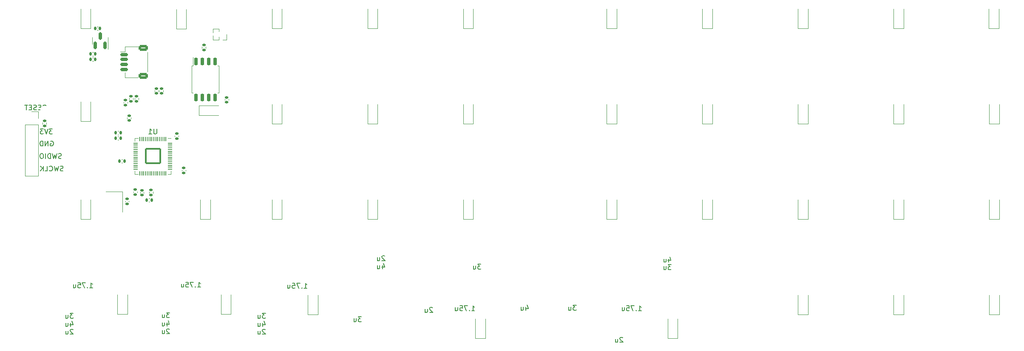
<source format=gbr>
%TF.GenerationSoftware,KiCad,Pcbnew,(7.0.0-0)*%
%TF.CreationDate,2023-07-17T12:18:46-04:00*%
%TF.ProjectId,cutiepie2040_ortho,63757469-6570-4696-9532-3034305f6f72,rev?*%
%TF.SameCoordinates,Original*%
%TF.FileFunction,Legend,Bot*%
%TF.FilePolarity,Positive*%
%FSLAX46Y46*%
G04 Gerber Fmt 4.6, Leading zero omitted, Abs format (unit mm)*
G04 Created by KiCad (PCBNEW (7.0.0-0)) date 2023-07-17 12:18:46*
%MOMM*%
%LPD*%
G01*
G04 APERTURE LIST*
G04 Aperture macros list*
%AMRoundRect*
0 Rectangle with rounded corners*
0 $1 Rounding radius*
0 $2 $3 $4 $5 $6 $7 $8 $9 X,Y pos of 4 corners*
0 Add a 4 corners polygon primitive as box body*
4,1,4,$2,$3,$4,$5,$6,$7,$8,$9,$2,$3,0*
0 Add four circle primitives for the rounded corners*
1,1,$1+$1,$2,$3*
1,1,$1+$1,$4,$5*
1,1,$1+$1,$6,$7*
1,1,$1+$1,$8,$9*
0 Add four rect primitives between the rounded corners*
20,1,$1+$1,$2,$3,$4,$5,0*
20,1,$1+$1,$4,$5,$6,$7,0*
20,1,$1+$1,$6,$7,$8,$9,0*
20,1,$1+$1,$8,$9,$2,$3,0*%
G04 Aperture macros list end*
%ADD10C,0.150000*%
%ADD11C,0.120000*%
%ADD12C,1.750000*%
%ADD13C,3.987800*%
%ADD14C,2.250000*%
%ADD15C,3.048000*%
%ADD16RoundRect,0.140000X0.170000X-0.140000X0.170000X0.140000X-0.170000X0.140000X-0.170000X-0.140000X0*%
%ADD17R,0.900000X1.200000*%
%ADD18R,1.200000X0.900000*%
%ADD19RoundRect,0.140000X-0.140000X-0.170000X0.140000X-0.170000X0.140000X0.170000X-0.140000X0.170000X0*%
%ADD20RoundRect,0.135000X0.185000X-0.135000X0.185000X0.135000X-0.185000X0.135000X-0.185000X-0.135000X0*%
%ADD21RoundRect,0.135000X-0.185000X0.135000X-0.185000X-0.135000X0.185000X-0.135000X0.185000X0.135000X0*%
%ADD22R,1.000000X1.000000*%
%ADD23O,1.000000X1.000000*%
%ADD24RoundRect,0.140000X0.140000X0.170000X-0.140000X0.170000X-0.140000X-0.170000X0.140000X-0.170000X0*%
%ADD25RoundRect,0.140000X-0.170000X0.140000X-0.170000X-0.140000X0.170000X-0.140000X0.170000X0.140000X0*%
%ADD26RoundRect,0.150000X0.150000X-0.587500X0.150000X0.587500X-0.150000X0.587500X-0.150000X-0.587500X0*%
%ADD27RoundRect,0.150000X-0.150000X0.650000X-0.150000X-0.650000X0.150000X-0.650000X0.150000X0.650000X0*%
%ADD28RoundRect,0.050000X0.387500X0.050000X-0.387500X0.050000X-0.387500X-0.050000X0.387500X-0.050000X0*%
%ADD29RoundRect,0.050000X0.050000X0.387500X-0.050000X0.387500X-0.050000X-0.387500X0.050000X-0.387500X0*%
%ADD30RoundRect,0.144000X1.456000X1.456000X-1.456000X1.456000X-1.456000X-1.456000X1.456000X-1.456000X0*%
%ADD31R,1.700000X1.700000*%
%ADD32O,1.700000X1.700000*%
%ADD33RoundRect,0.150000X-0.625000X0.150000X-0.625000X-0.150000X0.625000X-0.150000X0.625000X0.150000X0*%
%ADD34RoundRect,0.250000X-0.650000X0.350000X-0.650000X-0.350000X0.650000X-0.350000X0.650000X0.350000X0*%
%ADD35R,1.200000X1.400000*%
G04 APERTURE END LIST*
D10*
X167657142Y-114467380D02*
X168228570Y-114467380D01*
X167942856Y-114467380D02*
X167942856Y-113467380D01*
X167942856Y-113467380D02*
X168038094Y-113610238D01*
X168038094Y-113610238D02*
X168133332Y-113705476D01*
X168133332Y-113705476D02*
X168228570Y-113753095D01*
X167228570Y-114372142D02*
X167180951Y-114419761D01*
X167180951Y-114419761D02*
X167228570Y-114467380D01*
X167228570Y-114467380D02*
X167276189Y-114419761D01*
X167276189Y-114419761D02*
X167228570Y-114372142D01*
X167228570Y-114372142D02*
X167228570Y-114467380D01*
X166847618Y-113467380D02*
X166180952Y-113467380D01*
X166180952Y-113467380D02*
X166609523Y-114467380D01*
X165323809Y-113467380D02*
X165799999Y-113467380D01*
X165799999Y-113467380D02*
X165847618Y-113943571D01*
X165847618Y-113943571D02*
X165799999Y-113895952D01*
X165799999Y-113895952D02*
X165704761Y-113848333D01*
X165704761Y-113848333D02*
X165466666Y-113848333D01*
X165466666Y-113848333D02*
X165371428Y-113895952D01*
X165371428Y-113895952D02*
X165323809Y-113943571D01*
X165323809Y-113943571D02*
X165276190Y-114038809D01*
X165276190Y-114038809D02*
X165276190Y-114276904D01*
X165276190Y-114276904D02*
X165323809Y-114372142D01*
X165323809Y-114372142D02*
X165371428Y-114419761D01*
X165371428Y-114419761D02*
X165466666Y-114467380D01*
X165466666Y-114467380D02*
X165704761Y-114467380D01*
X165704761Y-114467380D02*
X165799999Y-114419761D01*
X165799999Y-114419761D02*
X165847618Y-114372142D01*
X164419047Y-113800714D02*
X164419047Y-114467380D01*
X164847618Y-113800714D02*
X164847618Y-114324523D01*
X164847618Y-114324523D02*
X164799999Y-114419761D01*
X164799999Y-114419761D02*
X164704761Y-114467380D01*
X164704761Y-114467380D02*
X164561904Y-114467380D01*
X164561904Y-114467380D02*
X164466666Y-114419761D01*
X164466666Y-114419761D02*
X164419047Y-114372142D01*
X50938094Y-78167380D02*
X50319047Y-78167380D01*
X50319047Y-78167380D02*
X50652380Y-78548333D01*
X50652380Y-78548333D02*
X50509523Y-78548333D01*
X50509523Y-78548333D02*
X50414285Y-78595952D01*
X50414285Y-78595952D02*
X50366666Y-78643571D01*
X50366666Y-78643571D02*
X50319047Y-78738809D01*
X50319047Y-78738809D02*
X50319047Y-78976904D01*
X50319047Y-78976904D02*
X50366666Y-79072142D01*
X50366666Y-79072142D02*
X50414285Y-79119761D01*
X50414285Y-79119761D02*
X50509523Y-79167380D01*
X50509523Y-79167380D02*
X50795237Y-79167380D01*
X50795237Y-79167380D02*
X50890475Y-79119761D01*
X50890475Y-79119761D02*
X50938094Y-79072142D01*
X50033332Y-78167380D02*
X49699999Y-79167380D01*
X49699999Y-79167380D02*
X49366666Y-78167380D01*
X49128570Y-78167380D02*
X48509523Y-78167380D01*
X48509523Y-78167380D02*
X48842856Y-78548333D01*
X48842856Y-78548333D02*
X48699999Y-78548333D01*
X48699999Y-78548333D02*
X48604761Y-78595952D01*
X48604761Y-78595952D02*
X48557142Y-78643571D01*
X48557142Y-78643571D02*
X48509523Y-78738809D01*
X48509523Y-78738809D02*
X48509523Y-78976904D01*
X48509523Y-78976904D02*
X48557142Y-79072142D01*
X48557142Y-79072142D02*
X48604761Y-79119761D01*
X48604761Y-79119761D02*
X48699999Y-79167380D01*
X48699999Y-79167380D02*
X48985713Y-79167380D01*
X48985713Y-79167380D02*
X49080951Y-79119761D01*
X49080951Y-79119761D02*
X49128570Y-79072142D01*
X173661904Y-104100714D02*
X173661904Y-104767380D01*
X173899999Y-103719761D02*
X174138094Y-104434047D01*
X174138094Y-104434047D02*
X173519047Y-104434047D01*
X172709523Y-104100714D02*
X172709523Y-104767380D01*
X173138094Y-104100714D02*
X173138094Y-104624523D01*
X173138094Y-104624523D02*
X173090475Y-104719761D01*
X173090475Y-104719761D02*
X172995237Y-104767380D01*
X172995237Y-104767380D02*
X172852380Y-104767380D01*
X172852380Y-104767380D02*
X172757142Y-104719761D01*
X172757142Y-104719761D02*
X172709523Y-104672142D01*
X117138094Y-103562619D02*
X117090475Y-103515000D01*
X117090475Y-103515000D02*
X116995237Y-103467380D01*
X116995237Y-103467380D02*
X116757142Y-103467380D01*
X116757142Y-103467380D02*
X116661904Y-103515000D01*
X116661904Y-103515000D02*
X116614285Y-103562619D01*
X116614285Y-103562619D02*
X116566666Y-103657857D01*
X116566666Y-103657857D02*
X116566666Y-103753095D01*
X116566666Y-103753095D02*
X116614285Y-103895952D01*
X116614285Y-103895952D02*
X117185713Y-104467380D01*
X117185713Y-104467380D02*
X116566666Y-104467380D01*
X115709523Y-103800714D02*
X115709523Y-104467380D01*
X116138094Y-103800714D02*
X116138094Y-104324523D01*
X116138094Y-104324523D02*
X116090475Y-104419761D01*
X116090475Y-104419761D02*
X115995237Y-104467380D01*
X115995237Y-104467380D02*
X115852380Y-104467380D01*
X115852380Y-104467380D02*
X115757142Y-104419761D01*
X115757142Y-104419761D02*
X115709523Y-104372142D01*
X74285713Y-114857380D02*
X73666666Y-114857380D01*
X73666666Y-114857380D02*
X73999999Y-115238333D01*
X73999999Y-115238333D02*
X73857142Y-115238333D01*
X73857142Y-115238333D02*
X73761904Y-115285952D01*
X73761904Y-115285952D02*
X73714285Y-115333571D01*
X73714285Y-115333571D02*
X73666666Y-115428809D01*
X73666666Y-115428809D02*
X73666666Y-115666904D01*
X73666666Y-115666904D02*
X73714285Y-115762142D01*
X73714285Y-115762142D02*
X73761904Y-115809761D01*
X73761904Y-115809761D02*
X73857142Y-115857380D01*
X73857142Y-115857380D02*
X74142856Y-115857380D01*
X74142856Y-115857380D02*
X74238094Y-115809761D01*
X74238094Y-115809761D02*
X74285713Y-115762142D01*
X72809523Y-115190714D02*
X72809523Y-115857380D01*
X73238094Y-115190714D02*
X73238094Y-115714523D01*
X73238094Y-115714523D02*
X73190475Y-115809761D01*
X73190475Y-115809761D02*
X73095237Y-115857380D01*
X73095237Y-115857380D02*
X72952380Y-115857380D01*
X72952380Y-115857380D02*
X72857142Y-115809761D01*
X72857142Y-115809761D02*
X72809523Y-115762142D01*
X73761904Y-116810714D02*
X73761904Y-117477380D01*
X73999999Y-116429761D02*
X74238094Y-117144047D01*
X74238094Y-117144047D02*
X73619047Y-117144047D01*
X72809523Y-116810714D02*
X72809523Y-117477380D01*
X73238094Y-116810714D02*
X73238094Y-117334523D01*
X73238094Y-117334523D02*
X73190475Y-117429761D01*
X73190475Y-117429761D02*
X73095237Y-117477380D01*
X73095237Y-117477380D02*
X72952380Y-117477380D01*
X72952380Y-117477380D02*
X72857142Y-117429761D01*
X72857142Y-117429761D02*
X72809523Y-117382142D01*
X155285713Y-113367380D02*
X154666666Y-113367380D01*
X154666666Y-113367380D02*
X154999999Y-113748333D01*
X154999999Y-113748333D02*
X154857142Y-113748333D01*
X154857142Y-113748333D02*
X154761904Y-113795952D01*
X154761904Y-113795952D02*
X154714285Y-113843571D01*
X154714285Y-113843571D02*
X154666666Y-113938809D01*
X154666666Y-113938809D02*
X154666666Y-114176904D01*
X154666666Y-114176904D02*
X154714285Y-114272142D01*
X154714285Y-114272142D02*
X154761904Y-114319761D01*
X154761904Y-114319761D02*
X154857142Y-114367380D01*
X154857142Y-114367380D02*
X155142856Y-114367380D01*
X155142856Y-114367380D02*
X155238094Y-114319761D01*
X155238094Y-114319761D02*
X155285713Y-114272142D01*
X153809523Y-113700714D02*
X153809523Y-114367380D01*
X154238094Y-113700714D02*
X154238094Y-114224523D01*
X154238094Y-114224523D02*
X154190475Y-114319761D01*
X154190475Y-114319761D02*
X154095237Y-114367380D01*
X154095237Y-114367380D02*
X153952380Y-114367380D01*
X153952380Y-114367380D02*
X153857142Y-114319761D01*
X153857142Y-114319761D02*
X153809523Y-114272142D01*
X55085713Y-114957380D02*
X54466666Y-114957380D01*
X54466666Y-114957380D02*
X54799999Y-115338333D01*
X54799999Y-115338333D02*
X54657142Y-115338333D01*
X54657142Y-115338333D02*
X54561904Y-115385952D01*
X54561904Y-115385952D02*
X54514285Y-115433571D01*
X54514285Y-115433571D02*
X54466666Y-115528809D01*
X54466666Y-115528809D02*
X54466666Y-115766904D01*
X54466666Y-115766904D02*
X54514285Y-115862142D01*
X54514285Y-115862142D02*
X54561904Y-115909761D01*
X54561904Y-115909761D02*
X54657142Y-115957380D01*
X54657142Y-115957380D02*
X54942856Y-115957380D01*
X54942856Y-115957380D02*
X55038094Y-115909761D01*
X55038094Y-115909761D02*
X55085713Y-115862142D01*
X53609523Y-115290714D02*
X53609523Y-115957380D01*
X54038094Y-115290714D02*
X54038094Y-115814523D01*
X54038094Y-115814523D02*
X53990475Y-115909761D01*
X53990475Y-115909761D02*
X53895237Y-115957380D01*
X53895237Y-115957380D02*
X53752380Y-115957380D01*
X53752380Y-115957380D02*
X53657142Y-115909761D01*
X53657142Y-115909761D02*
X53609523Y-115862142D01*
X54561904Y-116910714D02*
X54561904Y-117577380D01*
X54799999Y-116529761D02*
X55038094Y-117244047D01*
X55038094Y-117244047D02*
X54419047Y-117244047D01*
X53609523Y-116910714D02*
X53609523Y-117577380D01*
X54038094Y-116910714D02*
X54038094Y-117434523D01*
X54038094Y-117434523D02*
X53990475Y-117529761D01*
X53990475Y-117529761D02*
X53895237Y-117577380D01*
X53895237Y-117577380D02*
X53752380Y-117577380D01*
X53752380Y-117577380D02*
X53657142Y-117529761D01*
X53657142Y-117529761D02*
X53609523Y-117482142D01*
X49052381Y-74367380D02*
X49385714Y-73891190D01*
X49623809Y-74367380D02*
X49623809Y-73367380D01*
X49623809Y-73367380D02*
X49242857Y-73367380D01*
X49242857Y-73367380D02*
X49147619Y-73415000D01*
X49147619Y-73415000D02*
X49100000Y-73462619D01*
X49100000Y-73462619D02*
X49052381Y-73557857D01*
X49052381Y-73557857D02*
X49052381Y-73700714D01*
X49052381Y-73700714D02*
X49100000Y-73795952D01*
X49100000Y-73795952D02*
X49147619Y-73843571D01*
X49147619Y-73843571D02*
X49242857Y-73891190D01*
X49242857Y-73891190D02*
X49623809Y-73891190D01*
X48623809Y-73843571D02*
X48290476Y-73843571D01*
X48147619Y-74367380D02*
X48623809Y-74367380D01*
X48623809Y-74367380D02*
X48623809Y-73367380D01*
X48623809Y-73367380D02*
X48147619Y-73367380D01*
X47766666Y-74319761D02*
X47623809Y-74367380D01*
X47623809Y-74367380D02*
X47385714Y-74367380D01*
X47385714Y-74367380D02*
X47290476Y-74319761D01*
X47290476Y-74319761D02*
X47242857Y-74272142D01*
X47242857Y-74272142D02*
X47195238Y-74176904D01*
X47195238Y-74176904D02*
X47195238Y-74081666D01*
X47195238Y-74081666D02*
X47242857Y-73986428D01*
X47242857Y-73986428D02*
X47290476Y-73938809D01*
X47290476Y-73938809D02*
X47385714Y-73891190D01*
X47385714Y-73891190D02*
X47576190Y-73843571D01*
X47576190Y-73843571D02*
X47671428Y-73795952D01*
X47671428Y-73795952D02*
X47719047Y-73748333D01*
X47719047Y-73748333D02*
X47766666Y-73653095D01*
X47766666Y-73653095D02*
X47766666Y-73557857D01*
X47766666Y-73557857D02*
X47719047Y-73462619D01*
X47719047Y-73462619D02*
X47671428Y-73415000D01*
X47671428Y-73415000D02*
X47576190Y-73367380D01*
X47576190Y-73367380D02*
X47338095Y-73367380D01*
X47338095Y-73367380D02*
X47195238Y-73415000D01*
X46766666Y-73843571D02*
X46433333Y-73843571D01*
X46290476Y-74367380D02*
X46766666Y-74367380D01*
X46766666Y-74367380D02*
X46766666Y-73367380D01*
X46766666Y-73367380D02*
X46290476Y-73367380D01*
X46004761Y-73367380D02*
X45433333Y-73367380D01*
X45719047Y-74367380D02*
X45719047Y-73367380D01*
X50561904Y-80615000D02*
X50657142Y-80567380D01*
X50657142Y-80567380D02*
X50799999Y-80567380D01*
X50799999Y-80567380D02*
X50942856Y-80615000D01*
X50942856Y-80615000D02*
X51038094Y-80710238D01*
X51038094Y-80710238D02*
X51085713Y-80805476D01*
X51085713Y-80805476D02*
X51133332Y-80995952D01*
X51133332Y-80995952D02*
X51133332Y-81138809D01*
X51133332Y-81138809D02*
X51085713Y-81329285D01*
X51085713Y-81329285D02*
X51038094Y-81424523D01*
X51038094Y-81424523D02*
X50942856Y-81519761D01*
X50942856Y-81519761D02*
X50799999Y-81567380D01*
X50799999Y-81567380D02*
X50704761Y-81567380D01*
X50704761Y-81567380D02*
X50561904Y-81519761D01*
X50561904Y-81519761D02*
X50514285Y-81472142D01*
X50514285Y-81472142D02*
X50514285Y-81138809D01*
X50514285Y-81138809D02*
X50704761Y-81138809D01*
X50085713Y-81567380D02*
X50085713Y-80567380D01*
X50085713Y-80567380D02*
X49514285Y-81567380D01*
X49514285Y-81567380D02*
X49514285Y-80567380D01*
X49038094Y-81567380D02*
X49038094Y-80567380D01*
X49038094Y-80567380D02*
X48799999Y-80567380D01*
X48799999Y-80567380D02*
X48657142Y-80615000D01*
X48657142Y-80615000D02*
X48561904Y-80710238D01*
X48561904Y-80710238D02*
X48514285Y-80805476D01*
X48514285Y-80805476D02*
X48466666Y-80995952D01*
X48466666Y-80995952D02*
X48466666Y-81138809D01*
X48466666Y-81138809D02*
X48514285Y-81329285D01*
X48514285Y-81329285D02*
X48561904Y-81424523D01*
X48561904Y-81424523D02*
X48657142Y-81519761D01*
X48657142Y-81519761D02*
X48799999Y-81567380D01*
X48799999Y-81567380D02*
X49038094Y-81567380D01*
X164538094Y-119862619D02*
X164490475Y-119815000D01*
X164490475Y-119815000D02*
X164395237Y-119767380D01*
X164395237Y-119767380D02*
X164157142Y-119767380D01*
X164157142Y-119767380D02*
X164061904Y-119815000D01*
X164061904Y-119815000D02*
X164014285Y-119862619D01*
X164014285Y-119862619D02*
X163966666Y-119957857D01*
X163966666Y-119957857D02*
X163966666Y-120053095D01*
X163966666Y-120053095D02*
X164014285Y-120195952D01*
X164014285Y-120195952D02*
X164585713Y-120767380D01*
X164585713Y-120767380D02*
X163966666Y-120767380D01*
X163109523Y-120100714D02*
X163109523Y-120767380D01*
X163538094Y-120100714D02*
X163538094Y-120624523D01*
X163538094Y-120624523D02*
X163490475Y-120719761D01*
X163490475Y-120719761D02*
X163395237Y-120767380D01*
X163395237Y-120767380D02*
X163252380Y-120767380D01*
X163252380Y-120767380D02*
X163157142Y-120719761D01*
X163157142Y-120719761D02*
X163109523Y-120672142D01*
X136285713Y-105167380D02*
X135666666Y-105167380D01*
X135666666Y-105167380D02*
X135999999Y-105548333D01*
X135999999Y-105548333D02*
X135857142Y-105548333D01*
X135857142Y-105548333D02*
X135761904Y-105595952D01*
X135761904Y-105595952D02*
X135714285Y-105643571D01*
X135714285Y-105643571D02*
X135666666Y-105738809D01*
X135666666Y-105738809D02*
X135666666Y-105976904D01*
X135666666Y-105976904D02*
X135714285Y-106072142D01*
X135714285Y-106072142D02*
X135761904Y-106119761D01*
X135761904Y-106119761D02*
X135857142Y-106167380D01*
X135857142Y-106167380D02*
X136142856Y-106167380D01*
X136142856Y-106167380D02*
X136238094Y-106119761D01*
X136238094Y-106119761D02*
X136285713Y-106072142D01*
X134809523Y-105500714D02*
X134809523Y-106167380D01*
X135238094Y-105500714D02*
X135238094Y-106024523D01*
X135238094Y-106024523D02*
X135190475Y-106119761D01*
X135190475Y-106119761D02*
X135095237Y-106167380D01*
X135095237Y-106167380D02*
X134952380Y-106167380D01*
X134952380Y-106167380D02*
X134857142Y-106119761D01*
X134857142Y-106119761D02*
X134809523Y-106072142D01*
X116661904Y-105400714D02*
X116661904Y-106067380D01*
X116899999Y-105019761D02*
X117138094Y-105734047D01*
X117138094Y-105734047D02*
X116519047Y-105734047D01*
X115709523Y-105400714D02*
X115709523Y-106067380D01*
X116138094Y-105400714D02*
X116138094Y-105924523D01*
X116138094Y-105924523D02*
X116090475Y-106019761D01*
X116090475Y-106019761D02*
X115995237Y-106067380D01*
X115995237Y-106067380D02*
X115852380Y-106067380D01*
X115852380Y-106067380D02*
X115757142Y-106019761D01*
X115757142Y-106019761D02*
X115709523Y-105972142D01*
X74238094Y-118162619D02*
X74190475Y-118115000D01*
X74190475Y-118115000D02*
X74095237Y-118067380D01*
X74095237Y-118067380D02*
X73857142Y-118067380D01*
X73857142Y-118067380D02*
X73761904Y-118115000D01*
X73761904Y-118115000D02*
X73714285Y-118162619D01*
X73714285Y-118162619D02*
X73666666Y-118257857D01*
X73666666Y-118257857D02*
X73666666Y-118353095D01*
X73666666Y-118353095D02*
X73714285Y-118495952D01*
X73714285Y-118495952D02*
X74285713Y-119067380D01*
X74285713Y-119067380D02*
X73666666Y-119067380D01*
X72809523Y-118400714D02*
X72809523Y-119067380D01*
X73238094Y-118400714D02*
X73238094Y-118924523D01*
X73238094Y-118924523D02*
X73190475Y-119019761D01*
X73190475Y-119019761D02*
X73095237Y-119067380D01*
X73095237Y-119067380D02*
X72952380Y-119067380D01*
X72952380Y-119067380D02*
X72857142Y-119019761D01*
X72857142Y-119019761D02*
X72809523Y-118972142D01*
X53061904Y-86519761D02*
X52919047Y-86567380D01*
X52919047Y-86567380D02*
X52680952Y-86567380D01*
X52680952Y-86567380D02*
X52585714Y-86519761D01*
X52585714Y-86519761D02*
X52538095Y-86472142D01*
X52538095Y-86472142D02*
X52490476Y-86376904D01*
X52490476Y-86376904D02*
X52490476Y-86281666D01*
X52490476Y-86281666D02*
X52538095Y-86186428D01*
X52538095Y-86186428D02*
X52585714Y-86138809D01*
X52585714Y-86138809D02*
X52680952Y-86091190D01*
X52680952Y-86091190D02*
X52871428Y-86043571D01*
X52871428Y-86043571D02*
X52966666Y-85995952D01*
X52966666Y-85995952D02*
X53014285Y-85948333D01*
X53014285Y-85948333D02*
X53061904Y-85853095D01*
X53061904Y-85853095D02*
X53061904Y-85757857D01*
X53061904Y-85757857D02*
X53014285Y-85662619D01*
X53014285Y-85662619D02*
X52966666Y-85615000D01*
X52966666Y-85615000D02*
X52871428Y-85567380D01*
X52871428Y-85567380D02*
X52633333Y-85567380D01*
X52633333Y-85567380D02*
X52490476Y-85615000D01*
X52157142Y-85567380D02*
X51919047Y-86567380D01*
X51919047Y-86567380D02*
X51728571Y-85853095D01*
X51728571Y-85853095D02*
X51538095Y-86567380D01*
X51538095Y-86567380D02*
X51300000Y-85567380D01*
X50347619Y-86472142D02*
X50395238Y-86519761D01*
X50395238Y-86519761D02*
X50538095Y-86567380D01*
X50538095Y-86567380D02*
X50633333Y-86567380D01*
X50633333Y-86567380D02*
X50776190Y-86519761D01*
X50776190Y-86519761D02*
X50871428Y-86424523D01*
X50871428Y-86424523D02*
X50919047Y-86329285D01*
X50919047Y-86329285D02*
X50966666Y-86138809D01*
X50966666Y-86138809D02*
X50966666Y-85995952D01*
X50966666Y-85995952D02*
X50919047Y-85805476D01*
X50919047Y-85805476D02*
X50871428Y-85710238D01*
X50871428Y-85710238D02*
X50776190Y-85615000D01*
X50776190Y-85615000D02*
X50633333Y-85567380D01*
X50633333Y-85567380D02*
X50538095Y-85567380D01*
X50538095Y-85567380D02*
X50395238Y-85615000D01*
X50395238Y-85615000D02*
X50347619Y-85662619D01*
X49442857Y-86567380D02*
X49919047Y-86567380D01*
X49919047Y-86567380D02*
X49919047Y-85567380D01*
X49109523Y-86567380D02*
X49109523Y-85567380D01*
X48538095Y-86567380D02*
X48966666Y-85995952D01*
X48538095Y-85567380D02*
X49109523Y-86138809D01*
X101057142Y-109967380D02*
X101628570Y-109967380D01*
X101342856Y-109967380D02*
X101342856Y-108967380D01*
X101342856Y-108967380D02*
X101438094Y-109110238D01*
X101438094Y-109110238D02*
X101533332Y-109205476D01*
X101533332Y-109205476D02*
X101628570Y-109253095D01*
X100628570Y-109872142D02*
X100580951Y-109919761D01*
X100580951Y-109919761D02*
X100628570Y-109967380D01*
X100628570Y-109967380D02*
X100676189Y-109919761D01*
X100676189Y-109919761D02*
X100628570Y-109872142D01*
X100628570Y-109872142D02*
X100628570Y-109967380D01*
X100247618Y-108967380D02*
X99580952Y-108967380D01*
X99580952Y-108967380D02*
X100009523Y-109967380D01*
X98723809Y-108967380D02*
X99199999Y-108967380D01*
X99199999Y-108967380D02*
X99247618Y-109443571D01*
X99247618Y-109443571D02*
X99199999Y-109395952D01*
X99199999Y-109395952D02*
X99104761Y-109348333D01*
X99104761Y-109348333D02*
X98866666Y-109348333D01*
X98866666Y-109348333D02*
X98771428Y-109395952D01*
X98771428Y-109395952D02*
X98723809Y-109443571D01*
X98723809Y-109443571D02*
X98676190Y-109538809D01*
X98676190Y-109538809D02*
X98676190Y-109776904D01*
X98676190Y-109776904D02*
X98723809Y-109872142D01*
X98723809Y-109872142D02*
X98771428Y-109919761D01*
X98771428Y-109919761D02*
X98866666Y-109967380D01*
X98866666Y-109967380D02*
X99104761Y-109967380D01*
X99104761Y-109967380D02*
X99199999Y-109919761D01*
X99199999Y-109919761D02*
X99247618Y-109872142D01*
X97819047Y-109300714D02*
X97819047Y-109967380D01*
X98247618Y-109300714D02*
X98247618Y-109824523D01*
X98247618Y-109824523D02*
X98199999Y-109919761D01*
X98199999Y-109919761D02*
X98104761Y-109967380D01*
X98104761Y-109967380D02*
X97961904Y-109967380D01*
X97961904Y-109967380D02*
X97866666Y-109919761D01*
X97866666Y-109919761D02*
X97819047Y-109872142D01*
X145261904Y-113700714D02*
X145261904Y-114367380D01*
X145499999Y-113319761D02*
X145738094Y-114034047D01*
X145738094Y-114034047D02*
X145119047Y-114034047D01*
X144309523Y-113700714D02*
X144309523Y-114367380D01*
X144738094Y-113700714D02*
X144738094Y-114224523D01*
X144738094Y-114224523D02*
X144690475Y-114319761D01*
X144690475Y-114319761D02*
X144595237Y-114367380D01*
X144595237Y-114367380D02*
X144452380Y-114367380D01*
X144452380Y-114367380D02*
X144357142Y-114319761D01*
X144357142Y-114319761D02*
X144309523Y-114272142D01*
X52719046Y-84019761D02*
X52576189Y-84067380D01*
X52576189Y-84067380D02*
X52338094Y-84067380D01*
X52338094Y-84067380D02*
X52242856Y-84019761D01*
X52242856Y-84019761D02*
X52195237Y-83972142D01*
X52195237Y-83972142D02*
X52147618Y-83876904D01*
X52147618Y-83876904D02*
X52147618Y-83781666D01*
X52147618Y-83781666D02*
X52195237Y-83686428D01*
X52195237Y-83686428D02*
X52242856Y-83638809D01*
X52242856Y-83638809D02*
X52338094Y-83591190D01*
X52338094Y-83591190D02*
X52528570Y-83543571D01*
X52528570Y-83543571D02*
X52623808Y-83495952D01*
X52623808Y-83495952D02*
X52671427Y-83448333D01*
X52671427Y-83448333D02*
X52719046Y-83353095D01*
X52719046Y-83353095D02*
X52719046Y-83257857D01*
X52719046Y-83257857D02*
X52671427Y-83162619D01*
X52671427Y-83162619D02*
X52623808Y-83115000D01*
X52623808Y-83115000D02*
X52528570Y-83067380D01*
X52528570Y-83067380D02*
X52290475Y-83067380D01*
X52290475Y-83067380D02*
X52147618Y-83115000D01*
X51814284Y-83067380D02*
X51576189Y-84067380D01*
X51576189Y-84067380D02*
X51385713Y-83353095D01*
X51385713Y-83353095D02*
X51195237Y-84067380D01*
X51195237Y-84067380D02*
X50957142Y-83067380D01*
X50576189Y-84067380D02*
X50576189Y-83067380D01*
X50576189Y-83067380D02*
X50338094Y-83067380D01*
X50338094Y-83067380D02*
X50195237Y-83115000D01*
X50195237Y-83115000D02*
X50099999Y-83210238D01*
X50099999Y-83210238D02*
X50052380Y-83305476D01*
X50052380Y-83305476D02*
X50004761Y-83495952D01*
X50004761Y-83495952D02*
X50004761Y-83638809D01*
X50004761Y-83638809D02*
X50052380Y-83829285D01*
X50052380Y-83829285D02*
X50099999Y-83924523D01*
X50099999Y-83924523D02*
X50195237Y-84019761D01*
X50195237Y-84019761D02*
X50338094Y-84067380D01*
X50338094Y-84067380D02*
X50576189Y-84067380D01*
X49576189Y-84067380D02*
X49576189Y-83067380D01*
X48909523Y-83067380D02*
X48719047Y-83067380D01*
X48719047Y-83067380D02*
X48623809Y-83115000D01*
X48623809Y-83115000D02*
X48528571Y-83210238D01*
X48528571Y-83210238D02*
X48480952Y-83400714D01*
X48480952Y-83400714D02*
X48480952Y-83734047D01*
X48480952Y-83734047D02*
X48528571Y-83924523D01*
X48528571Y-83924523D02*
X48623809Y-84019761D01*
X48623809Y-84019761D02*
X48719047Y-84067380D01*
X48719047Y-84067380D02*
X48909523Y-84067380D01*
X48909523Y-84067380D02*
X49004761Y-84019761D01*
X49004761Y-84019761D02*
X49099999Y-83924523D01*
X49099999Y-83924523D02*
X49147618Y-83734047D01*
X49147618Y-83734047D02*
X49147618Y-83400714D01*
X49147618Y-83400714D02*
X49099999Y-83210238D01*
X49099999Y-83210238D02*
X49004761Y-83115000D01*
X49004761Y-83115000D02*
X48909523Y-83067380D01*
X58357142Y-109867380D02*
X58928570Y-109867380D01*
X58642856Y-109867380D02*
X58642856Y-108867380D01*
X58642856Y-108867380D02*
X58738094Y-109010238D01*
X58738094Y-109010238D02*
X58833332Y-109105476D01*
X58833332Y-109105476D02*
X58928570Y-109153095D01*
X57928570Y-109772142D02*
X57880951Y-109819761D01*
X57880951Y-109819761D02*
X57928570Y-109867380D01*
X57928570Y-109867380D02*
X57976189Y-109819761D01*
X57976189Y-109819761D02*
X57928570Y-109772142D01*
X57928570Y-109772142D02*
X57928570Y-109867380D01*
X57547618Y-108867380D02*
X56880952Y-108867380D01*
X56880952Y-108867380D02*
X57309523Y-109867380D01*
X56023809Y-108867380D02*
X56499999Y-108867380D01*
X56499999Y-108867380D02*
X56547618Y-109343571D01*
X56547618Y-109343571D02*
X56499999Y-109295952D01*
X56499999Y-109295952D02*
X56404761Y-109248333D01*
X56404761Y-109248333D02*
X56166666Y-109248333D01*
X56166666Y-109248333D02*
X56071428Y-109295952D01*
X56071428Y-109295952D02*
X56023809Y-109343571D01*
X56023809Y-109343571D02*
X55976190Y-109438809D01*
X55976190Y-109438809D02*
X55976190Y-109676904D01*
X55976190Y-109676904D02*
X56023809Y-109772142D01*
X56023809Y-109772142D02*
X56071428Y-109819761D01*
X56071428Y-109819761D02*
X56166666Y-109867380D01*
X56166666Y-109867380D02*
X56404761Y-109867380D01*
X56404761Y-109867380D02*
X56499999Y-109819761D01*
X56499999Y-109819761D02*
X56547618Y-109772142D01*
X55119047Y-109200714D02*
X55119047Y-109867380D01*
X55547618Y-109200714D02*
X55547618Y-109724523D01*
X55547618Y-109724523D02*
X55499999Y-109819761D01*
X55499999Y-109819761D02*
X55404761Y-109867380D01*
X55404761Y-109867380D02*
X55261904Y-109867380D01*
X55261904Y-109867380D02*
X55166666Y-109819761D01*
X55166666Y-109819761D02*
X55119047Y-109772142D01*
X55038094Y-118262619D02*
X54990475Y-118215000D01*
X54990475Y-118215000D02*
X54895237Y-118167380D01*
X54895237Y-118167380D02*
X54657142Y-118167380D01*
X54657142Y-118167380D02*
X54561904Y-118215000D01*
X54561904Y-118215000D02*
X54514285Y-118262619D01*
X54514285Y-118262619D02*
X54466666Y-118357857D01*
X54466666Y-118357857D02*
X54466666Y-118453095D01*
X54466666Y-118453095D02*
X54514285Y-118595952D01*
X54514285Y-118595952D02*
X55085713Y-119167380D01*
X55085713Y-119167380D02*
X54466666Y-119167380D01*
X53609523Y-118500714D02*
X53609523Y-119167380D01*
X54038094Y-118500714D02*
X54038094Y-119024523D01*
X54038094Y-119024523D02*
X53990475Y-119119761D01*
X53990475Y-119119761D02*
X53895237Y-119167380D01*
X53895237Y-119167380D02*
X53752380Y-119167380D01*
X53752380Y-119167380D02*
X53657142Y-119119761D01*
X53657142Y-119119761D02*
X53609523Y-119072142D01*
X134457142Y-114467380D02*
X135028570Y-114467380D01*
X134742856Y-114467380D02*
X134742856Y-113467380D01*
X134742856Y-113467380D02*
X134838094Y-113610238D01*
X134838094Y-113610238D02*
X134933332Y-113705476D01*
X134933332Y-113705476D02*
X135028570Y-113753095D01*
X134028570Y-114372142D02*
X133980951Y-114419761D01*
X133980951Y-114419761D02*
X134028570Y-114467380D01*
X134028570Y-114467380D02*
X134076189Y-114419761D01*
X134076189Y-114419761D02*
X134028570Y-114372142D01*
X134028570Y-114372142D02*
X134028570Y-114467380D01*
X133647618Y-113467380D02*
X132980952Y-113467380D01*
X132980952Y-113467380D02*
X133409523Y-114467380D01*
X132123809Y-113467380D02*
X132599999Y-113467380D01*
X132599999Y-113467380D02*
X132647618Y-113943571D01*
X132647618Y-113943571D02*
X132599999Y-113895952D01*
X132599999Y-113895952D02*
X132504761Y-113848333D01*
X132504761Y-113848333D02*
X132266666Y-113848333D01*
X132266666Y-113848333D02*
X132171428Y-113895952D01*
X132171428Y-113895952D02*
X132123809Y-113943571D01*
X132123809Y-113943571D02*
X132076190Y-114038809D01*
X132076190Y-114038809D02*
X132076190Y-114276904D01*
X132076190Y-114276904D02*
X132123809Y-114372142D01*
X132123809Y-114372142D02*
X132171428Y-114419761D01*
X132171428Y-114419761D02*
X132266666Y-114467380D01*
X132266666Y-114467380D02*
X132504761Y-114467380D01*
X132504761Y-114467380D02*
X132599999Y-114419761D01*
X132599999Y-114419761D02*
X132647618Y-114372142D01*
X131219047Y-113800714D02*
X131219047Y-114467380D01*
X131647618Y-113800714D02*
X131647618Y-114324523D01*
X131647618Y-114324523D02*
X131599999Y-114419761D01*
X131599999Y-114419761D02*
X131504761Y-114467380D01*
X131504761Y-114467380D02*
X131361904Y-114467380D01*
X131361904Y-114467380D02*
X131266666Y-114419761D01*
X131266666Y-114419761D02*
X131219047Y-114372142D01*
X112485713Y-115667380D02*
X111866666Y-115667380D01*
X111866666Y-115667380D02*
X112199999Y-116048333D01*
X112199999Y-116048333D02*
X112057142Y-116048333D01*
X112057142Y-116048333D02*
X111961904Y-116095952D01*
X111961904Y-116095952D02*
X111914285Y-116143571D01*
X111914285Y-116143571D02*
X111866666Y-116238809D01*
X111866666Y-116238809D02*
X111866666Y-116476904D01*
X111866666Y-116476904D02*
X111914285Y-116572142D01*
X111914285Y-116572142D02*
X111961904Y-116619761D01*
X111961904Y-116619761D02*
X112057142Y-116667380D01*
X112057142Y-116667380D02*
X112342856Y-116667380D01*
X112342856Y-116667380D02*
X112438094Y-116619761D01*
X112438094Y-116619761D02*
X112485713Y-116572142D01*
X111009523Y-116000714D02*
X111009523Y-116667380D01*
X111438094Y-116000714D02*
X111438094Y-116524523D01*
X111438094Y-116524523D02*
X111390475Y-116619761D01*
X111390475Y-116619761D02*
X111295237Y-116667380D01*
X111295237Y-116667380D02*
X111152380Y-116667380D01*
X111152380Y-116667380D02*
X111057142Y-116619761D01*
X111057142Y-116619761D02*
X111009523Y-116572142D01*
X79857142Y-109767380D02*
X80428570Y-109767380D01*
X80142856Y-109767380D02*
X80142856Y-108767380D01*
X80142856Y-108767380D02*
X80238094Y-108910238D01*
X80238094Y-108910238D02*
X80333332Y-109005476D01*
X80333332Y-109005476D02*
X80428570Y-109053095D01*
X79428570Y-109672142D02*
X79380951Y-109719761D01*
X79380951Y-109719761D02*
X79428570Y-109767380D01*
X79428570Y-109767380D02*
X79476189Y-109719761D01*
X79476189Y-109719761D02*
X79428570Y-109672142D01*
X79428570Y-109672142D02*
X79428570Y-109767380D01*
X79047618Y-108767380D02*
X78380952Y-108767380D01*
X78380952Y-108767380D02*
X78809523Y-109767380D01*
X77523809Y-108767380D02*
X77999999Y-108767380D01*
X77999999Y-108767380D02*
X78047618Y-109243571D01*
X78047618Y-109243571D02*
X77999999Y-109195952D01*
X77999999Y-109195952D02*
X77904761Y-109148333D01*
X77904761Y-109148333D02*
X77666666Y-109148333D01*
X77666666Y-109148333D02*
X77571428Y-109195952D01*
X77571428Y-109195952D02*
X77523809Y-109243571D01*
X77523809Y-109243571D02*
X77476190Y-109338809D01*
X77476190Y-109338809D02*
X77476190Y-109576904D01*
X77476190Y-109576904D02*
X77523809Y-109672142D01*
X77523809Y-109672142D02*
X77571428Y-109719761D01*
X77571428Y-109719761D02*
X77666666Y-109767380D01*
X77666666Y-109767380D02*
X77904761Y-109767380D01*
X77904761Y-109767380D02*
X77999999Y-109719761D01*
X77999999Y-109719761D02*
X78047618Y-109672142D01*
X76619047Y-109100714D02*
X76619047Y-109767380D01*
X77047618Y-109100714D02*
X77047618Y-109624523D01*
X77047618Y-109624523D02*
X76999999Y-109719761D01*
X76999999Y-109719761D02*
X76904761Y-109767380D01*
X76904761Y-109767380D02*
X76761904Y-109767380D01*
X76761904Y-109767380D02*
X76666666Y-109719761D01*
X76666666Y-109719761D02*
X76619047Y-109672142D01*
X126638094Y-113862619D02*
X126590475Y-113815000D01*
X126590475Y-113815000D02*
X126495237Y-113767380D01*
X126495237Y-113767380D02*
X126257142Y-113767380D01*
X126257142Y-113767380D02*
X126161904Y-113815000D01*
X126161904Y-113815000D02*
X126114285Y-113862619D01*
X126114285Y-113862619D02*
X126066666Y-113957857D01*
X126066666Y-113957857D02*
X126066666Y-114053095D01*
X126066666Y-114053095D02*
X126114285Y-114195952D01*
X126114285Y-114195952D02*
X126685713Y-114767380D01*
X126685713Y-114767380D02*
X126066666Y-114767380D01*
X125209523Y-114100714D02*
X125209523Y-114767380D01*
X125638094Y-114100714D02*
X125638094Y-114624523D01*
X125638094Y-114624523D02*
X125590475Y-114719761D01*
X125590475Y-114719761D02*
X125495237Y-114767380D01*
X125495237Y-114767380D02*
X125352380Y-114767380D01*
X125352380Y-114767380D02*
X125257142Y-114719761D01*
X125257142Y-114719761D02*
X125209523Y-114672142D01*
X93338094Y-118262619D02*
X93290475Y-118215000D01*
X93290475Y-118215000D02*
X93195237Y-118167380D01*
X93195237Y-118167380D02*
X92957142Y-118167380D01*
X92957142Y-118167380D02*
X92861904Y-118215000D01*
X92861904Y-118215000D02*
X92814285Y-118262619D01*
X92814285Y-118262619D02*
X92766666Y-118357857D01*
X92766666Y-118357857D02*
X92766666Y-118453095D01*
X92766666Y-118453095D02*
X92814285Y-118595952D01*
X92814285Y-118595952D02*
X93385713Y-119167380D01*
X93385713Y-119167380D02*
X92766666Y-119167380D01*
X91909523Y-118500714D02*
X91909523Y-119167380D01*
X92338094Y-118500714D02*
X92338094Y-119024523D01*
X92338094Y-119024523D02*
X92290475Y-119119761D01*
X92290475Y-119119761D02*
X92195237Y-119167380D01*
X92195237Y-119167380D02*
X92052380Y-119167380D01*
X92052380Y-119167380D02*
X91957142Y-119119761D01*
X91957142Y-119119761D02*
X91909523Y-119072142D01*
X93385713Y-114957380D02*
X92766666Y-114957380D01*
X92766666Y-114957380D02*
X93099999Y-115338333D01*
X93099999Y-115338333D02*
X92957142Y-115338333D01*
X92957142Y-115338333D02*
X92861904Y-115385952D01*
X92861904Y-115385952D02*
X92814285Y-115433571D01*
X92814285Y-115433571D02*
X92766666Y-115528809D01*
X92766666Y-115528809D02*
X92766666Y-115766904D01*
X92766666Y-115766904D02*
X92814285Y-115862142D01*
X92814285Y-115862142D02*
X92861904Y-115909761D01*
X92861904Y-115909761D02*
X92957142Y-115957380D01*
X92957142Y-115957380D02*
X93242856Y-115957380D01*
X93242856Y-115957380D02*
X93338094Y-115909761D01*
X93338094Y-115909761D02*
X93385713Y-115862142D01*
X91909523Y-115290714D02*
X91909523Y-115957380D01*
X92338094Y-115290714D02*
X92338094Y-115814523D01*
X92338094Y-115814523D02*
X92290475Y-115909761D01*
X92290475Y-115909761D02*
X92195237Y-115957380D01*
X92195237Y-115957380D02*
X92052380Y-115957380D01*
X92052380Y-115957380D02*
X91957142Y-115909761D01*
X91957142Y-115909761D02*
X91909523Y-115862142D01*
X92861904Y-116910714D02*
X92861904Y-117577380D01*
X93099999Y-116529761D02*
X93338094Y-117244047D01*
X93338094Y-117244047D02*
X92719047Y-117244047D01*
X91909523Y-116910714D02*
X91909523Y-117577380D01*
X92338094Y-116910714D02*
X92338094Y-117434523D01*
X92338094Y-117434523D02*
X92290475Y-117529761D01*
X92290475Y-117529761D02*
X92195237Y-117577380D01*
X92195237Y-117577380D02*
X92052380Y-117577380D01*
X92052380Y-117577380D02*
X91957142Y-117529761D01*
X91957142Y-117529761D02*
X91909523Y-117482142D01*
X174185713Y-105267380D02*
X173566666Y-105267380D01*
X173566666Y-105267380D02*
X173899999Y-105648333D01*
X173899999Y-105648333D02*
X173757142Y-105648333D01*
X173757142Y-105648333D02*
X173661904Y-105695952D01*
X173661904Y-105695952D02*
X173614285Y-105743571D01*
X173614285Y-105743571D02*
X173566666Y-105838809D01*
X173566666Y-105838809D02*
X173566666Y-106076904D01*
X173566666Y-106076904D02*
X173614285Y-106172142D01*
X173614285Y-106172142D02*
X173661904Y-106219761D01*
X173661904Y-106219761D02*
X173757142Y-106267380D01*
X173757142Y-106267380D02*
X174042856Y-106267380D01*
X174042856Y-106267380D02*
X174138094Y-106219761D01*
X174138094Y-106219761D02*
X174185713Y-106172142D01*
X172709523Y-105600714D02*
X172709523Y-106267380D01*
X173138094Y-105600714D02*
X173138094Y-106124523D01*
X173138094Y-106124523D02*
X173090475Y-106219761D01*
X173090475Y-106219761D02*
X172995237Y-106267380D01*
X172995237Y-106267380D02*
X172852380Y-106267380D01*
X172852380Y-106267380D02*
X172757142Y-106219761D01*
X172757142Y-106219761D02*
X172709523Y-106172142D01*
%TO.C,U1*%
X71711904Y-78147380D02*
X71711904Y-78956904D01*
X71711904Y-78956904D02*
X71664285Y-79052142D01*
X71664285Y-79052142D02*
X71616666Y-79099761D01*
X71616666Y-79099761D02*
X71521428Y-79147380D01*
X71521428Y-79147380D02*
X71330952Y-79147380D01*
X71330952Y-79147380D02*
X71235714Y-79099761D01*
X71235714Y-79099761D02*
X71188095Y-79052142D01*
X71188095Y-79052142D02*
X71140476Y-78956904D01*
X71140476Y-78956904D02*
X71140476Y-78147380D01*
X70140476Y-79147380D02*
X70711904Y-79147380D01*
X70426190Y-79147380D02*
X70426190Y-78147380D01*
X70426190Y-78147380D02*
X70521428Y-78290238D01*
X70521428Y-78290238D02*
X70616666Y-78385476D01*
X70616666Y-78385476D02*
X70711904Y-78433095D01*
D11*
%TO.C,C_1V-Decoup2*%
X72290000Y-70687836D02*
X72290000Y-70472164D01*
X73010000Y-70687836D02*
X73010000Y-70472164D01*
%TO.C,D6*%
X80150000Y-73450000D02*
X84050000Y-73450000D01*
X80150000Y-75450000D02*
X80150000Y-73450000D01*
X80150000Y-75450000D02*
X84050000Y-75450000D01*
%TO.C,D14*%
X113725000Y-77100000D02*
X113725000Y-73200000D01*
X115725000Y-77100000D02*
X113725000Y-77100000D01*
X115725000Y-77100000D02*
X115725000Y-73200000D01*
%TO.C,C_Crystal1*%
X70122164Y-91990000D02*
X70337836Y-91990000D01*
X70122164Y-92710000D02*
X70337836Y-92710000D01*
%TO.C,D37*%
X237550000Y-96150000D02*
X237550000Y-92250000D01*
X239550000Y-96150000D02*
X237550000Y-96150000D01*
X239550000Y-96150000D02*
X239550000Y-92250000D01*
%TO.C,R_Crystal1*%
X70220000Y-91003641D02*
X70220000Y-90696359D01*
X70980000Y-91003641D02*
X70980000Y-90696359D01*
%TO.C,D17*%
X132775000Y-77100000D02*
X132775000Y-73200000D01*
X134775000Y-77100000D02*
X132775000Y-77100000D01*
X134775000Y-77100000D02*
X134775000Y-73200000D01*
%TO.C,R_Flash1*%
X81480000Y-61746359D02*
X81480000Y-62053641D01*
X80720000Y-61746359D02*
X80720000Y-62053641D01*
%TO.C,SW1*%
X82935000Y-60360000D02*
X82935000Y-59557530D01*
X84140000Y-60360000D02*
X82935000Y-60360000D01*
X84140000Y-60360000D02*
X84140000Y-59813471D01*
X84900000Y-60360000D02*
X85660000Y-60360000D01*
X85660000Y-60360000D02*
X85660000Y-59250000D01*
X82935000Y-58942470D02*
X82935000Y-58140000D01*
X84140000Y-58686529D02*
X84140000Y-58140000D01*
X84140000Y-58140000D02*
X82935000Y-58140000D01*
%TO.C,D8*%
X84500000Y-115150000D02*
X84500000Y-111250000D01*
X86500000Y-115150000D02*
X84500000Y-115150000D01*
X86500000Y-115150000D02*
X86500000Y-111250000D01*
%TO.C,D20*%
X161350000Y-58050000D02*
X161350000Y-54150000D01*
X163350000Y-58050000D02*
X161350000Y-58050000D01*
X163350000Y-58050000D02*
X163350000Y-54150000D01*
%TO.C,D15*%
X113725000Y-96150000D02*
X113725000Y-92250000D01*
X115725000Y-96150000D02*
X113725000Y-96150000D01*
X115725000Y-96150000D02*
X115725000Y-92250000D01*
%TO.C,D31*%
X218500000Y-58050000D02*
X218500000Y-54150000D01*
X220500000Y-58050000D02*
X218500000Y-58050000D01*
X220500000Y-58050000D02*
X220500000Y-54150000D01*
%TO.C,C_3V-Decoup2*%
X65840000Y-76107836D02*
X65840000Y-75892164D01*
X66560000Y-76107836D02*
X66560000Y-75892164D01*
%TO.C,D13*%
X113725000Y-58050000D02*
X113725000Y-54150000D01*
X115725000Y-58050000D02*
X113725000Y-58050000D01*
X115725000Y-58050000D02*
X115725000Y-54150000D01*
%TO.C,D23*%
X173493750Y-119962500D02*
X173493750Y-116062500D01*
X175493750Y-119962500D02*
X173493750Y-119962500D01*
X175493750Y-119962500D02*
X175493750Y-116062500D01*
%TO.C,C_3V-Decoup7*%
X64157836Y-79310000D02*
X63942164Y-79310000D01*
X64157836Y-78590000D02*
X63942164Y-78590000D01*
%TO.C,D32*%
X218500000Y-77100000D02*
X218500000Y-73200000D01*
X220500000Y-77100000D02*
X218500000Y-77100000D01*
X220500000Y-77100000D02*
X220500000Y-73200000D01*
%TO.C,D4*%
X63900000Y-115150000D02*
X63900000Y-111250000D01*
X65900000Y-115150000D02*
X63900000Y-115150000D01*
X65900000Y-115150000D02*
X65900000Y-111250000D01*
%TO.C,C_3V-Decoup9*%
X75340000Y-79707836D02*
X75340000Y-79492164D01*
X76060000Y-79707836D02*
X76060000Y-79492164D01*
%TO.C,C_3V-Decoup4*%
X64907836Y-84960000D02*
X64692164Y-84960000D01*
X64907836Y-84240000D02*
X64692164Y-84240000D01*
%TO.C,D26*%
X180400000Y-96150000D02*
X180400000Y-92250000D01*
X182400000Y-96150000D02*
X180400000Y-96150000D01*
X182400000Y-96150000D02*
X182400000Y-92250000D01*
%TO.C,D28*%
X199450000Y-77100000D02*
X199450000Y-73200000D01*
X201450000Y-77100000D02*
X199450000Y-77100000D01*
X201450000Y-77100000D02*
X201450000Y-73200000D01*
%TO.C,R_DATA1*%
X68080000Y-72006359D02*
X68080000Y-72313641D01*
X67320000Y-72006359D02*
X67320000Y-72313641D01*
%TO.C,C_3V-Decoup8*%
X69160000Y-90762164D02*
X69160000Y-90977836D01*
X68440000Y-90762164D02*
X68440000Y-90977836D01*
%TO.C,C_Flash1*%
X85290000Y-72427836D02*
X85290000Y-72212164D01*
X86010000Y-72427836D02*
X86010000Y-72212164D01*
%TO.C,D10*%
X94675000Y-77100000D02*
X94675000Y-73200000D01*
X96675000Y-77100000D02*
X94675000Y-77100000D01*
X96675000Y-77100000D02*
X96675000Y-73200000D01*
%TO.C,D35*%
X237468750Y-58050000D02*
X237468750Y-54150000D01*
X239468750Y-58050000D02*
X237468750Y-58050000D01*
X239468750Y-58050000D02*
X239468750Y-54150000D01*
%TO.C,D38*%
X237550000Y-115200000D02*
X237550000Y-111300000D01*
X239550000Y-115200000D02*
X237550000Y-115200000D01*
X239550000Y-115200000D02*
X239550000Y-111300000D01*
%TO.C,D19*%
X135156250Y-119962500D02*
X135156250Y-116062500D01*
X137156250Y-119962500D02*
X135156250Y-119962500D01*
X137156250Y-119962500D02*
X137156250Y-116062500D01*
%TO.C,U3*%
X58890000Y-60550000D02*
X58890000Y-61200000D01*
X58890000Y-60550000D02*
X58890000Y-59900000D01*
X62010000Y-60550000D02*
X62010000Y-62225000D01*
X62010000Y-60550000D02*
X62010000Y-59900000D01*
%TO.C,D25*%
X180400000Y-77100000D02*
X180400000Y-73200000D01*
X182400000Y-77100000D02*
X180400000Y-77100000D01*
X182400000Y-77100000D02*
X182400000Y-73200000D01*
%TO.C,D11*%
X94675000Y-96150000D02*
X94675000Y-92250000D01*
X96675000Y-96150000D02*
X94675000Y-96150000D01*
X96675000Y-96150000D02*
X96675000Y-92250000D01*
%TO.C,C_1V-Decoup3*%
X67810000Y-90642164D02*
X67810000Y-90857836D01*
X67090000Y-90642164D02*
X67090000Y-90857836D01*
%TO.C,D18*%
X132775000Y-96150000D02*
X132775000Y-92250000D01*
X134775000Y-96150000D02*
X132775000Y-96150000D01*
X134775000Y-96150000D02*
X134775000Y-92250000D01*
%TO.C,D34*%
X218500000Y-115200000D02*
X218500000Y-111300000D01*
X220500000Y-115200000D02*
X218500000Y-115200000D01*
X220500000Y-115200000D02*
X220500000Y-111300000D01*
%TO.C,D2*%
X56575000Y-76600000D02*
X56575000Y-72700000D01*
X58575000Y-76600000D02*
X56575000Y-76600000D01*
X58575000Y-76600000D02*
X58575000Y-72700000D01*
%TO.C,D3*%
X56575000Y-96150000D02*
X56575000Y-92250000D01*
X58575000Y-96150000D02*
X56575000Y-96150000D01*
X58575000Y-96150000D02*
X58575000Y-92250000D01*
%TO.C,D29*%
X199450000Y-96150000D02*
X199450000Y-92250000D01*
X201450000Y-96150000D02*
X199450000Y-96150000D01*
X201450000Y-96150000D02*
X201450000Y-92250000D01*
%TO.C,D16*%
X132775000Y-58050000D02*
X132775000Y-54150000D01*
X134775000Y-58050000D02*
X132775000Y-58050000D01*
X134775000Y-58050000D02*
X134775000Y-54150000D01*
%TO.C,C_3V-Decoup6*%
X77460000Y-86342164D02*
X77460000Y-86557836D01*
X76740000Y-86342164D02*
X76740000Y-86557836D01*
%TO.C,D30*%
X199450000Y-115200000D02*
X199450000Y-111300000D01*
X201450000Y-115200000D02*
X199450000Y-115200000D01*
X201450000Y-115200000D02*
X201450000Y-111300000D01*
%TO.C,D1*%
X56575000Y-58050000D02*
X56575000Y-54150000D01*
X58575000Y-58050000D02*
X56575000Y-58050000D01*
X58575000Y-58050000D02*
X58575000Y-54150000D01*
%TO.C,C_3V-Decoup1*%
X59107836Y-64610000D02*
X58892164Y-64610000D01*
X59107836Y-63890000D02*
X58892164Y-63890000D01*
%TO.C,C_LD1*%
X60057836Y-58460000D02*
X59842164Y-58460000D01*
X60057836Y-57740000D02*
X59842164Y-57740000D01*
%TO.C,R_RST1*%
X48970000Y-77203641D02*
X48970000Y-76896359D01*
X49730000Y-77203641D02*
X49730000Y-76896359D01*
%TO.C,U2*%
X78675000Y-70975000D02*
X78935000Y-70975000D01*
X84125000Y-70975000D02*
X83865000Y-70975000D01*
X78675000Y-68250000D02*
X78675000Y-70975000D01*
X78675000Y-68250000D02*
X78675000Y-65525000D01*
X84125000Y-68250000D02*
X84125000Y-70975000D01*
X84125000Y-68250000D02*
X84125000Y-65525000D01*
X78675000Y-65525000D02*
X78935000Y-65525000D01*
X78935000Y-65525000D02*
X78935000Y-63850000D01*
X84125000Y-65525000D02*
X83865000Y-65525000D01*
%TO.C,D33*%
X218500000Y-96150000D02*
X218500000Y-92250000D01*
X220500000Y-96150000D02*
X218500000Y-96150000D01*
X220500000Y-96150000D02*
X220500000Y-92250000D01*
%TO.C,D36*%
X237550000Y-77100000D02*
X237550000Y-73200000D01*
X239550000Y-77100000D02*
X237550000Y-77100000D01*
X239550000Y-77100000D02*
X239550000Y-73200000D01*
%TO.C,D7*%
X80375000Y-96150000D02*
X80375000Y-92250000D01*
X82375000Y-96150000D02*
X80375000Y-96150000D01*
X82375000Y-96150000D02*
X82375000Y-92250000D01*
%TO.C,D12*%
X101818750Y-115200000D02*
X101818750Y-111300000D01*
X103818750Y-115200000D02*
X101818750Y-115200000D01*
X103818750Y-115200000D02*
X103818750Y-111300000D01*
%TO.C,C_1V-Decoup1*%
X65140000Y-72997836D02*
X65140000Y-72782164D01*
X65860000Y-72997836D02*
X65860000Y-72782164D01*
%TO.C,C_3V-Decoup3*%
X71290000Y-70687836D02*
X71290000Y-70472164D01*
X72010000Y-70687836D02*
X72010000Y-70472164D01*
%TO.C,D22*%
X161350000Y-96150000D02*
X161350000Y-92250000D01*
X163350000Y-96150000D02*
X161350000Y-96150000D01*
X163350000Y-96150000D02*
X163350000Y-92250000D01*
%TO.C,U1*%
X74560000Y-87210000D02*
X74560000Y-86560000D01*
X73910000Y-87210000D02*
X74560000Y-87210000D01*
X73910000Y-79990000D02*
X74560000Y-79990000D01*
X67990000Y-87210000D02*
X67340000Y-87210000D01*
X67990000Y-79990000D02*
X67340000Y-79990000D01*
X67340000Y-87210000D02*
X67340000Y-86560000D01*
X67340000Y-79990000D02*
X67340000Y-80640000D01*
%TO.C,J2*%
X48130000Y-87515000D02*
X45470000Y-87515000D01*
X48130000Y-77295000D02*
X48130000Y-87515000D01*
X48130000Y-77295000D02*
X45470000Y-77295000D01*
X48130000Y-76025000D02*
X48130000Y-74695000D01*
X48130000Y-74695000D02*
X46800000Y-74695000D01*
X45470000Y-77295000D02*
X45470000Y-87515000D01*
%TO.C,D27*%
X199450000Y-58050000D02*
X199450000Y-54150000D01*
X201450000Y-58050000D02*
X199450000Y-58050000D01*
X201450000Y-58050000D02*
X201450000Y-54150000D01*
%TO.C,C_Crystal2*%
X65440000Y-92727836D02*
X65440000Y-92512164D01*
X66160000Y-92727836D02*
X66160000Y-92512164D01*
%TO.C,D9*%
X94675000Y-58050000D02*
X94675000Y-54150000D01*
X96675000Y-58050000D02*
X94675000Y-58050000D01*
X96675000Y-58050000D02*
X96675000Y-54150000D01*
%TO.C,D24*%
X180400000Y-58050000D02*
X180400000Y-54150000D01*
X182400000Y-58050000D02*
X180400000Y-58050000D01*
X182400000Y-58050000D02*
X182400000Y-54150000D01*
%TO.C,C_3V-Decoup5*%
X64157836Y-80360000D02*
X63942164Y-80360000D01*
X64157836Y-79640000D02*
X63942164Y-79640000D01*
%TO.C,R_DATA2*%
X66980000Y-72006359D02*
X66980000Y-72313641D01*
X66220000Y-72006359D02*
X66220000Y-72313641D01*
%TO.C,C_LD2*%
X59107836Y-63560000D02*
X58892164Y-63560000D01*
X59107836Y-62840000D02*
X58892164Y-62840000D01*
%TO.C,J1*%
X67915000Y-61690000D02*
X65415000Y-61690000D01*
X65415000Y-61690000D02*
X65415000Y-62740000D01*
X65415000Y-62740000D02*
X64425000Y-62740000D01*
X69885000Y-62860000D02*
X69885000Y-66740000D01*
X67915000Y-67910000D02*
X65415000Y-67910000D01*
X65415000Y-67910000D02*
X65415000Y-66860000D01*
%TO.C,D21*%
X161350000Y-77100000D02*
X161350000Y-73200000D01*
X163350000Y-77100000D02*
X161350000Y-77100000D01*
X163350000Y-77100000D02*
X163350000Y-73200000D01*
%TO.C,Y1*%
X64850000Y-90700000D02*
X64850000Y-94700000D01*
X61550000Y-90700000D02*
X64850000Y-90700000D01*
%TO.C,D5*%
X75625000Y-58150000D02*
X75625000Y-54250000D01*
X77625000Y-58150000D02*
X75625000Y-58150000D01*
X77625000Y-58150000D02*
X77625000Y-54250000D01*
%TD*%
%LPC*%
D12*
%TO.C,MX35*%
X230370000Y-55300000D03*
D13*
X235450000Y-55300000D03*
D12*
X240530000Y-55300000D03*
D14*
X231640000Y-52760000D03*
X237990000Y-50220000D03*
%TD*%
D12*
%TO.C,MX22*%
X154170000Y-93400000D03*
D13*
X159250000Y-93400000D03*
D12*
X164330000Y-93400000D03*
D14*
X155440000Y-90860000D03*
X161790000Y-88320000D03*
%TD*%
D12*
%TO.C,MX18*%
X125595000Y-93400000D03*
D13*
X130675000Y-93400000D03*
D12*
X135755000Y-93400000D03*
D14*
X126865000Y-90860000D03*
X133215000Y-88320000D03*
%TD*%
D12*
%TO.C,MX7*%
X78605000Y-93400000D03*
D13*
X73525000Y-93400000D03*
D12*
X68445000Y-93400000D03*
D14*
X77335000Y-95940000D03*
X70985000Y-98480000D03*
%TD*%
D12*
%TO.C,MX9*%
X87495000Y-55300000D03*
D13*
X92575000Y-55300000D03*
D12*
X97655000Y-55300000D03*
D14*
X88765000Y-52760000D03*
X95115000Y-50220000D03*
%TD*%
D12*
%TO.C,MX4*%
X49395000Y-112450000D03*
D13*
X54475000Y-112450000D03*
D12*
X59555000Y-112450000D03*
D14*
X50665000Y-109910000D03*
X57015000Y-107370000D03*
%TD*%
D12*
%TO.C,MX1*%
X49395000Y-55300000D03*
D13*
X54475000Y-55300000D03*
D12*
X59555000Y-55300000D03*
D14*
X50665000Y-52760000D03*
X57015000Y-50220000D03*
%TD*%
D12*
%TO.C,MX17*%
X125595000Y-74350000D03*
D13*
X130675000Y-74350000D03*
D12*
X135755000Y-74350000D03*
D14*
X126865000Y-71810000D03*
X133215000Y-69270000D03*
%TD*%
D12*
%TO.C,MX2*%
X49395000Y-74350000D03*
D13*
X54475000Y-74350000D03*
D12*
X59555000Y-74350000D03*
D14*
X50665000Y-71810000D03*
X57015000Y-69270000D03*
%TD*%
D12*
%TO.C,MX11*%
X87495000Y-93400000D03*
D13*
X92575000Y-93400000D03*
D12*
X97655000Y-93400000D03*
D14*
X88765000Y-90860000D03*
X95115000Y-88320000D03*
%TD*%
D13*
%TO.C,MX23*%
X135437500Y-108957500D03*
D15*
X135437500Y-124197500D03*
D12*
X149407500Y-117212500D03*
D13*
X154487500Y-117212500D03*
D12*
X159567500Y-117212500D03*
D13*
X173537500Y-108957500D03*
D15*
X173537500Y-124197500D03*
D14*
X150677500Y-114672500D03*
X157027500Y-112132500D03*
%TD*%
D12*
%TO.C,MX10*%
X87495000Y-74350000D03*
D13*
X92575000Y-74350000D03*
D12*
X97655000Y-74350000D03*
D14*
X88765000Y-71810000D03*
X95115000Y-69270000D03*
%TD*%
D12*
%TO.C,MX30*%
X192270000Y-112450000D03*
D13*
X197350000Y-112450000D03*
D12*
X202430000Y-112450000D03*
D14*
X193540000Y-109910000D03*
X199890000Y-107370000D03*
%TD*%
D12*
%TO.C,MX12*%
X94638750Y-112450000D03*
D13*
X99718750Y-112450000D03*
D12*
X104798750Y-112450000D03*
D14*
X95908750Y-109910000D03*
X102258750Y-107370000D03*
%TD*%
D12*
%TO.C,MX23*%
X158932500Y-117212500D03*
D13*
X164012500Y-117212500D03*
D12*
X169092500Y-117212500D03*
D14*
X160202500Y-114672500D03*
X166552500Y-112132500D03*
%TD*%
D12*
%TO.C,MX19*%
X116705000Y-112450000D03*
D13*
X111625000Y-112450000D03*
D12*
X106545000Y-112450000D03*
D14*
X115435000Y-114990000D03*
X109085000Y-117530000D03*
%TD*%
D12*
%TO.C,MX4*%
X51776250Y-112450000D03*
D13*
X56856250Y-112450000D03*
D12*
X61936250Y-112450000D03*
D14*
X53046250Y-109910000D03*
X59396250Y-107370000D03*
%TD*%
D12*
%TO.C,MX33*%
X211320000Y-93400000D03*
D13*
X216400000Y-93400000D03*
D12*
X221480000Y-93400000D03*
D14*
X212590000Y-90860000D03*
X218940000Y-88320000D03*
%TD*%
D12*
%TO.C,MX13*%
X106545000Y-55300000D03*
D13*
X111625000Y-55300000D03*
D12*
X116705000Y-55300000D03*
D14*
X107815000Y-52760000D03*
X114165000Y-50220000D03*
%TD*%
D12*
%TO.C,MX29*%
X192270000Y-93400000D03*
D13*
X197350000Y-93400000D03*
D12*
X202430000Y-93400000D03*
D14*
X193540000Y-90860000D03*
X199890000Y-88320000D03*
%TD*%
D12*
%TO.C,MX15*%
X106545000Y-93400000D03*
D13*
X111625000Y-93400000D03*
D12*
X116705000Y-93400000D03*
D14*
X107815000Y-90860000D03*
X114165000Y-88320000D03*
%TD*%
D12*
%TO.C,MX14*%
X106545000Y-74350000D03*
D13*
X111625000Y-74350000D03*
D12*
X116705000Y-74350000D03*
D14*
X107815000Y-71810000D03*
X114165000Y-69270000D03*
%TD*%
D12*
%TO.C,MX16*%
X125595000Y-55300000D03*
D13*
X130675000Y-55300000D03*
D12*
X135755000Y-55300000D03*
D14*
X126865000Y-52760000D03*
X133215000Y-50220000D03*
%TD*%
D12*
%TO.C,MX5*%
X68445000Y-55300000D03*
D13*
X73525000Y-55300000D03*
D12*
X78605000Y-55300000D03*
D14*
X69715000Y-52760000D03*
X76065000Y-50220000D03*
%TD*%
D12*
%TO.C,MX24*%
X173220000Y-55300000D03*
D13*
X178300000Y-55300000D03*
D12*
X183380000Y-55300000D03*
D14*
X174490000Y-52760000D03*
X180840000Y-50220000D03*
%TD*%
D12*
%TO.C,MX21*%
X154170000Y-74350000D03*
D13*
X159250000Y-74350000D03*
D12*
X164330000Y-74350000D03*
D14*
X155440000Y-71810000D03*
X161790000Y-69270000D03*
%TD*%
D12*
%TO.C,MX32*%
X211320000Y-74350000D03*
D13*
X216400000Y-74350000D03*
D12*
X221480000Y-74350000D03*
D14*
X212590000Y-71810000D03*
X218940000Y-69270000D03*
%TD*%
D12*
%TO.C,MX38*%
X230370000Y-112450000D03*
D13*
X235450000Y-112450000D03*
D12*
X240530000Y-112450000D03*
D14*
X231640000Y-109910000D03*
X237990000Y-107370000D03*
%TD*%
D12*
%TO.C,MX20*%
X154170000Y-55300000D03*
D13*
X159250000Y-55300000D03*
D12*
X164330000Y-55300000D03*
D14*
X155440000Y-52760000D03*
X161790000Y-50220000D03*
%TD*%
D12*
%TO.C,MX8*%
X83367500Y-112450000D03*
D13*
X78287500Y-112450000D03*
D12*
X73207500Y-112450000D03*
D14*
X82097500Y-114990000D03*
X75747500Y-117530000D03*
%TD*%
D12*
%TO.C,MX6*%
X68445000Y-74350000D03*
D13*
X73525000Y-74350000D03*
D12*
X78605000Y-74350000D03*
D14*
X69715000Y-71810000D03*
X76065000Y-69270000D03*
%TD*%
D12*
%TO.C,MX36*%
X230370000Y-74350000D03*
D13*
X235450000Y-74350000D03*
D12*
X240530000Y-74350000D03*
D14*
X231640000Y-71810000D03*
X237990000Y-69270000D03*
%TD*%
D12*
%TO.C,MX37*%
X230370000Y-93400000D03*
D13*
X235450000Y-93400000D03*
D12*
X240530000Y-93400000D03*
D14*
X231640000Y-90860000D03*
X237990000Y-88320000D03*
%TD*%
D12*
%TO.C,MX8*%
X68445000Y-112450000D03*
D13*
X73525000Y-112450000D03*
D12*
X78605000Y-112450000D03*
D14*
X69715000Y-109910000D03*
X76065000Y-107370000D03*
%TD*%
D12*
%TO.C,MX26*%
X173220000Y-93400000D03*
D13*
X178300000Y-93400000D03*
D12*
X183380000Y-93400000D03*
D14*
X174490000Y-90860000D03*
X180840000Y-88320000D03*
%TD*%
D13*
%TO.C,MX19*%
X116387500Y-108957500D03*
D15*
X116387500Y-124197500D03*
D12*
X139882500Y-117212500D03*
D13*
X144962500Y-117212500D03*
D12*
X150042500Y-117212500D03*
D13*
X173537500Y-108957500D03*
D15*
X173537500Y-124197500D03*
D14*
X141152500Y-114672500D03*
X147502500Y-112132500D03*
%TD*%
D12*
%TO.C,MX19*%
X127976250Y-117212500D03*
D13*
X133056250Y-117212500D03*
D12*
X138136250Y-117212500D03*
D14*
X129246250Y-114672500D03*
X135596250Y-112132500D03*
%TD*%
D12*
%TO.C,MX23*%
X161313750Y-117212500D03*
D13*
X166393750Y-117212500D03*
D12*
X171473750Y-117212500D03*
D14*
X162583750Y-114672500D03*
X168933750Y-112132500D03*
%TD*%
D12*
%TO.C,MX12*%
X87495000Y-112450000D03*
D13*
X92575000Y-112450000D03*
D12*
X97655000Y-112450000D03*
D14*
X88765000Y-109910000D03*
X95115000Y-107370000D03*
%TD*%
D12*
%TO.C,MX3*%
X49395000Y-93400000D03*
D13*
X54475000Y-93400000D03*
D12*
X59555000Y-93400000D03*
D14*
X50665000Y-90860000D03*
X57015000Y-88320000D03*
%TD*%
D12*
%TO.C,MX27*%
X192270000Y-55300000D03*
D13*
X197350000Y-55300000D03*
D12*
X202430000Y-55300000D03*
D14*
X193540000Y-52760000D03*
X199890000Y-50220000D03*
%TD*%
D12*
%TO.C,MX28*%
X192270000Y-74350000D03*
D13*
X197350000Y-74350000D03*
D12*
X202430000Y-74350000D03*
D14*
X193540000Y-71810000D03*
X199890000Y-69270000D03*
%TD*%
D12*
%TO.C,MX25*%
X173220000Y-74350000D03*
D13*
X178300000Y-74350000D03*
D12*
X183380000Y-74350000D03*
D14*
X174490000Y-71810000D03*
X180840000Y-69270000D03*
%TD*%
D12*
%TO.C,MX34*%
X211320000Y-112450000D03*
D13*
X216400000Y-112450000D03*
D12*
X221480000Y-112450000D03*
D14*
X212590000Y-109910000D03*
X218940000Y-107370000D03*
%TD*%
D12*
%TO.C,MX19*%
X120832500Y-117212500D03*
D13*
X125912500Y-117212500D03*
D12*
X130992500Y-117212500D03*
D14*
X122102500Y-114672500D03*
X128452500Y-112132500D03*
%TD*%
D12*
%TO.C,MX31*%
X211320000Y-55300000D03*
D13*
X216400000Y-55300000D03*
D12*
X221480000Y-55300000D03*
D14*
X212590000Y-52760000D03*
X218940000Y-50220000D03*
%TD*%
D16*
%TO.C,C_1V-Decoup2*%
X72650000Y-71060000D03*
X72650000Y-70100000D03*
%TD*%
D17*
%TO.C,D6*%
X80749999Y-74449999D03*
X84049999Y-74449999D03*
%TD*%
D18*
%TO.C,D14*%
X114724999Y-76499999D03*
X114724999Y-73199999D03*
%TD*%
D19*
%TO.C,C_Crystal1*%
X69750000Y-92350000D03*
X70710000Y-92350000D03*
%TD*%
D18*
%TO.C,D37*%
X238549999Y-95549999D03*
X238549999Y-92249999D03*
%TD*%
D20*
%TO.C,R_Crystal1*%
X70600000Y-91360000D03*
X70600000Y-90340000D03*
%TD*%
D18*
%TO.C,D17*%
X133774999Y-76499999D03*
X133774999Y-73199999D03*
%TD*%
D21*
%TO.C,R_Flash1*%
X81100000Y-61390000D03*
X81100000Y-62410000D03*
%TD*%
D22*
%TO.C,SW1*%
X84899999Y-59249999D03*
D23*
X83629999Y-59249999D03*
%TD*%
D18*
%TO.C,D8*%
X85499999Y-114549999D03*
X85499999Y-111249999D03*
%TD*%
%TO.C,D20*%
X162349999Y-57449999D03*
X162349999Y-54149999D03*
%TD*%
%TO.C,D15*%
X114724999Y-95549999D03*
X114724999Y-92249999D03*
%TD*%
%TO.C,D31*%
X219499999Y-57449999D03*
X219499999Y-54149999D03*
%TD*%
D16*
%TO.C,C_3V-Decoup2*%
X66200000Y-76480000D03*
X66200000Y-75520000D03*
%TD*%
D18*
%TO.C,D13*%
X114724999Y-57449999D03*
X114724999Y-54149999D03*
%TD*%
%TO.C,D23*%
X174493749Y-119362499D03*
X174493749Y-116062499D03*
%TD*%
D24*
%TO.C,C_3V-Decoup7*%
X64530000Y-78950000D03*
X63570000Y-78950000D03*
%TD*%
D18*
%TO.C,D32*%
X219499999Y-76499999D03*
X219499999Y-73199999D03*
%TD*%
%TO.C,D4*%
X64899999Y-114549999D03*
X64899999Y-111249999D03*
%TD*%
D16*
%TO.C,C_3V-Decoup9*%
X75700000Y-80080000D03*
X75700000Y-79120000D03*
%TD*%
D24*
%TO.C,C_3V-Decoup4*%
X65280000Y-84600000D03*
X64320000Y-84600000D03*
%TD*%
D18*
%TO.C,D26*%
X181399999Y-95549999D03*
X181399999Y-92249999D03*
%TD*%
%TO.C,D28*%
X200449999Y-76499999D03*
X200449999Y-73199999D03*
%TD*%
D21*
%TO.C,R_DATA1*%
X67700000Y-71650000D03*
X67700000Y-72670000D03*
%TD*%
D25*
%TO.C,C_3V-Decoup8*%
X68800000Y-90390000D03*
X68800000Y-91350000D03*
%TD*%
D16*
%TO.C,C_Flash1*%
X85650000Y-72800000D03*
X85650000Y-71840000D03*
%TD*%
D18*
%TO.C,D10*%
X95674999Y-76499999D03*
X95674999Y-73199999D03*
%TD*%
%TO.C,D35*%
X238468749Y-57449999D03*
X238468749Y-54149999D03*
%TD*%
%TO.C,D38*%
X238549999Y-114599999D03*
X238549999Y-111299999D03*
%TD*%
%TO.C,D19*%
X136156249Y-119362499D03*
X136156249Y-116062499D03*
%TD*%
D26*
%TO.C,U3*%
X61400000Y-61487500D03*
X59500000Y-61487500D03*
X60450000Y-59612500D03*
%TD*%
D18*
%TO.C,D25*%
X181399999Y-76499999D03*
X181399999Y-73199999D03*
%TD*%
%TO.C,D11*%
X95674999Y-95549999D03*
X95674999Y-92249999D03*
%TD*%
D25*
%TO.C,C_1V-Decoup3*%
X67450000Y-90270000D03*
X67450000Y-91230000D03*
%TD*%
D18*
%TO.C,D18*%
X133774999Y-95549999D03*
X133774999Y-92249999D03*
%TD*%
%TO.C,D34*%
X219499999Y-114599999D03*
X219499999Y-111299999D03*
%TD*%
%TO.C,D2*%
X57574999Y-75999999D03*
X57574999Y-72699999D03*
%TD*%
%TO.C,D3*%
X57574999Y-95549999D03*
X57574999Y-92249999D03*
%TD*%
%TO.C,D29*%
X200449999Y-95549999D03*
X200449999Y-92249999D03*
%TD*%
%TO.C,D16*%
X133774999Y-57449999D03*
X133774999Y-54149999D03*
%TD*%
D25*
%TO.C,C_3V-Decoup6*%
X77100000Y-85970000D03*
X77100000Y-86930000D03*
%TD*%
D18*
%TO.C,D30*%
X200449999Y-114599999D03*
X200449999Y-111299999D03*
%TD*%
%TO.C,D1*%
X57574999Y-57449999D03*
X57574999Y-54149999D03*
%TD*%
D24*
%TO.C,C_3V-Decoup1*%
X59480000Y-64250000D03*
X58520000Y-64250000D03*
%TD*%
%TO.C,C_LD1*%
X60430000Y-58100000D03*
X59470000Y-58100000D03*
%TD*%
D20*
%TO.C,R_RST1*%
X49350000Y-77560000D03*
X49350000Y-76540000D03*
%TD*%
D27*
%TO.C,U2*%
X79495000Y-71850000D03*
X80765000Y-71850000D03*
X82035000Y-71850000D03*
X83305000Y-71850000D03*
X83305000Y-64650000D03*
X82035000Y-64650000D03*
X80765000Y-64650000D03*
X79495000Y-64650000D03*
%TD*%
D18*
%TO.C,D33*%
X219499999Y-95549999D03*
X219499999Y-92249999D03*
%TD*%
%TO.C,D36*%
X238549999Y-76499999D03*
X238549999Y-73199999D03*
%TD*%
%TO.C,D7*%
X81374999Y-95549999D03*
X81374999Y-92249999D03*
%TD*%
%TO.C,D12*%
X102818749Y-114599999D03*
X102818749Y-111299999D03*
%TD*%
D16*
%TO.C,C_1V-Decoup1*%
X65500000Y-73370000D03*
X65500000Y-72410000D03*
%TD*%
%TO.C,C_3V-Decoup3*%
X71650000Y-71060000D03*
X71650000Y-70100000D03*
%TD*%
D18*
%TO.C,D22*%
X162349999Y-95549999D03*
X162349999Y-92249999D03*
%TD*%
D28*
%TO.C,U1*%
X74387500Y-81000000D03*
X74387500Y-81400000D03*
X74387500Y-81800000D03*
X74387500Y-82200000D03*
X74387500Y-82600000D03*
X74387500Y-83000000D03*
X74387500Y-83400000D03*
X74387500Y-83800000D03*
X74387500Y-84200000D03*
X74387500Y-84600000D03*
X74387500Y-85000000D03*
X74387500Y-85400000D03*
X74387500Y-85800000D03*
X74387500Y-86200000D03*
D29*
X73550000Y-87037500D03*
X73150000Y-87037500D03*
X72750000Y-87037500D03*
X72350000Y-87037500D03*
X71950000Y-87037500D03*
X71550000Y-87037500D03*
X71150000Y-87037500D03*
X70750000Y-87037500D03*
X70350000Y-87037500D03*
X69950000Y-87037500D03*
X69550000Y-87037500D03*
X69150000Y-87037500D03*
X68750000Y-87037500D03*
X68350000Y-87037500D03*
D28*
X67512500Y-86200000D03*
X67512500Y-85800000D03*
X67512500Y-85400000D03*
X67512500Y-85000000D03*
X67512500Y-84600000D03*
X67512500Y-84200000D03*
X67512500Y-83800000D03*
X67512500Y-83400000D03*
X67512500Y-83000000D03*
X67512500Y-82600000D03*
X67512500Y-82200000D03*
X67512500Y-81800000D03*
X67512500Y-81400000D03*
X67512500Y-81000000D03*
D29*
X68350000Y-80162500D03*
X68750000Y-80162500D03*
X69150000Y-80162500D03*
X69550000Y-80162500D03*
X69950000Y-80162500D03*
X70350000Y-80162500D03*
X70750000Y-80162500D03*
X71150000Y-80162500D03*
X71550000Y-80162500D03*
X71950000Y-80162500D03*
X72350000Y-80162500D03*
X72750000Y-80162500D03*
X73150000Y-80162500D03*
X73550000Y-80162500D03*
D30*
X70950000Y-83600000D03*
%TD*%
D31*
%TO.C,J2*%
X46799999Y-76024999D03*
D32*
X46799999Y-78564999D03*
X46799999Y-81104999D03*
X46799999Y-83644999D03*
X46799999Y-86184999D03*
%TD*%
D18*
%TO.C,D27*%
X200449999Y-57449999D03*
X200449999Y-54149999D03*
%TD*%
D16*
%TO.C,C_Crystal2*%
X65800000Y-93100000D03*
X65800000Y-92140000D03*
%TD*%
D18*
%TO.C,D9*%
X95674999Y-57449999D03*
X95674999Y-54149999D03*
%TD*%
%TO.C,D24*%
X181399999Y-57449999D03*
X181399999Y-54149999D03*
%TD*%
D24*
%TO.C,C_3V-Decoup5*%
X64530000Y-80000000D03*
X63570000Y-80000000D03*
%TD*%
D21*
%TO.C,R_DATA2*%
X66600000Y-71650000D03*
X66600000Y-72670000D03*
%TD*%
D24*
%TO.C,C_LD2*%
X59480000Y-63200000D03*
X58520000Y-63200000D03*
%TD*%
D33*
%TO.C,J1*%
X65200000Y-63300000D03*
X65200000Y-64300000D03*
X65200000Y-65300000D03*
X65200000Y-66300000D03*
D34*
X69075000Y-62000000D03*
X69075000Y-67600000D03*
%TD*%
D18*
%TO.C,D21*%
X162349999Y-76499999D03*
X162349999Y-73199999D03*
%TD*%
D35*
%TO.C,Y1*%
X64049999Y-91599999D03*
X64049999Y-93799999D03*
X62349999Y-93799999D03*
X62349999Y-91599999D03*
%TD*%
D18*
%TO.C,D5*%
X76624999Y-57549999D03*
X76624999Y-54249999D03*
%TD*%
M02*

</source>
